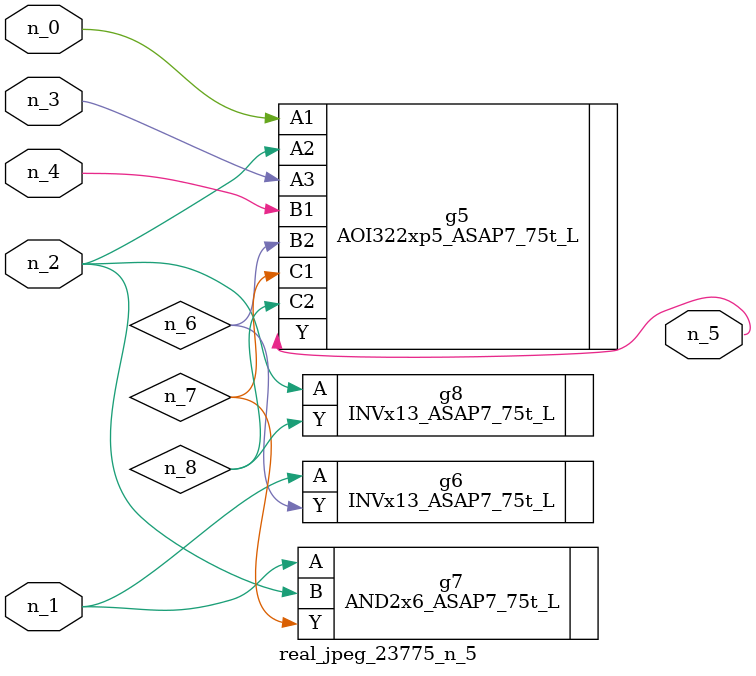
<source format=v>
module real_jpeg_23775_n_5 (n_4, n_0, n_1, n_2, n_3, n_5);

input n_4;
input n_0;
input n_1;
input n_2;
input n_3;

output n_5;

wire n_8;
wire n_6;
wire n_7;

AOI322xp5_ASAP7_75t_L g5 ( 
.A1(n_0),
.A2(n_2),
.A3(n_3),
.B1(n_4),
.B2(n_6),
.C1(n_7),
.C2(n_8),
.Y(n_5)
);

INVx13_ASAP7_75t_L g6 ( 
.A(n_1),
.Y(n_6)
);

AND2x6_ASAP7_75t_L g7 ( 
.A(n_1),
.B(n_2),
.Y(n_7)
);

INVx13_ASAP7_75t_L g8 ( 
.A(n_2),
.Y(n_8)
);


endmodule
</source>
